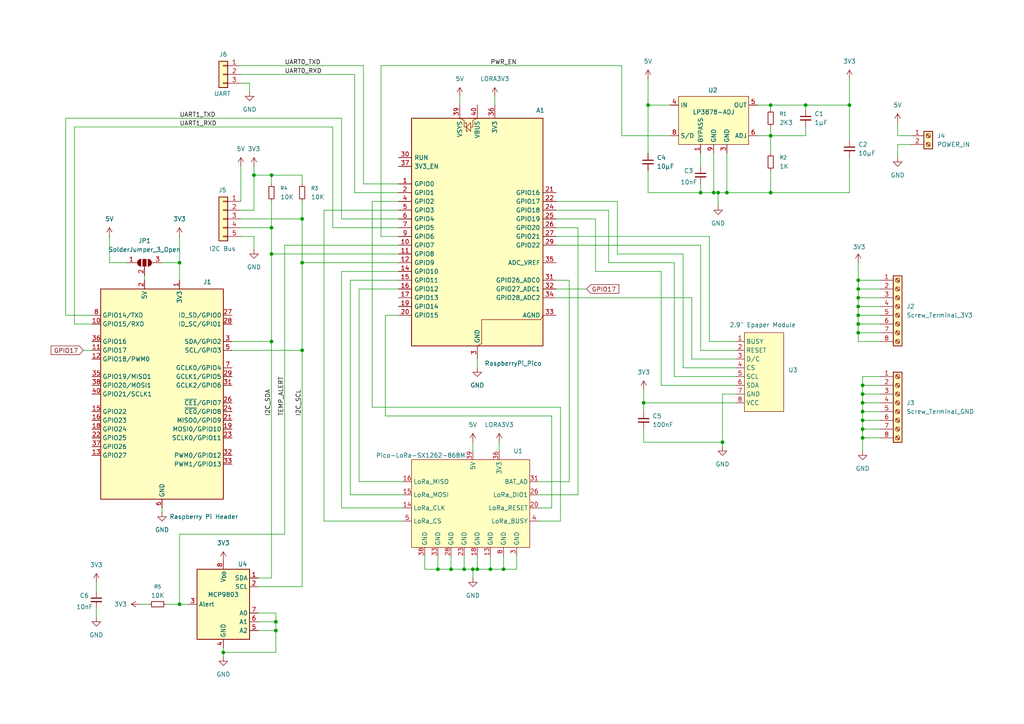
<source format=kicad_sch>
(kicad_sch (version 20250114) (generator "eeschema") (generator_version "9.0")
  (paper "A4")
  (title_block (title "Allotment Moisture Sensor Sender") (date "2025-05-11") (rev "1.1"))
  (lib_symbols
    (symbol "Connector:Raspberry_Pi_2_3"
      (property "Reference" "J" (at -17.78 31.75 0))
      (property "Value" "Raspberry_Pi_2_3" (at 10.16 -31.75 0))
      (symbol "Raspberry_Pi_2_3_0_1"
        (rectangle (start -17.78 30.48) (end 17.78 -30.48) (stroke (width 0.254)) (fill (type background)))
      )
      (symbol "Raspberry_Pi_2_3_1_1"
        (pin bidirectional line (at -20.32 22.86 0) (length 2.54) (name "GPIO14/TXD") (number "8"))
        (pin bidirectional line (at -20.32 20.32 0) (length 2.54) (name "GPIO15/RXD") (number "10"))
        (pin bidirectional line (at -20.32 15.24 0) (length 2.54) (name "GPIO16") (number "36"))
        (pin bidirectional line (at -20.32 12.7 0) (length 2.54) (name "GPIO17") (number "11"))
        (pin bidirectional line (at -20.32 10.16 0) (length 2.54) (name "GPIO18/PWM0") (number "12"))
        (pin bidirectional line (at -20.32 5.08 0) (length 2.54) (name "GPIO19/MISO1") (number "35"))
        (pin bidirectional line (at -20.32 2.54 0) (length 2.54) (name "GPIO20/MOSI1") (number "38"))
        (pin bidirectional line (at -20.32 0 0) (length 2.54) (name "GPIO21/SCLK1") (number "40"))
        (pin bidirectional line (at -20.32 -5.08 0) (length 2.54) (name "GPIO22") (number "15"))
        (pin bidirectional line (at -20.32 -7.62 0) (length 2.54) (name "GPIO23") (number "16"))
        (pin bidirectional line (at -20.32 -10.16 0) (length 2.54) (name "GPIO24") (number "18"))
        (pin bidirectional line (at -20.32 -12.7 0) (length 2.54) (name "GPIO25") (number "22"))
        (pin bidirectional line (at -20.32 -15.24 0) (length 2.54) (name "GPIO26") (number "37"))
        (pin bidirectional line (at -20.32 -17.78 0) (length 2.54) (name "GPIO27") (number "13"))
        (pin power_in line (at -5.08 33.02 270) (length 2.54) (name "5V") (number "2"))
        (pin passive line (at -5.08 33.02 270) (length 2.54) (hide yes) (name "5V") (number "4"))
        (pin passive line (at 0 -33.02 90) (length 2.54) (hide yes) (name "GND") (number "14"))
        (pin passive line (at 0 -33.02 90) (length 2.54) (hide yes) (name "GND") (number "20"))
        (pin passive line (at 0 -33.02 90) (length 2.54) (hide yes) (name "GND") (number "25"))
        (pin passive line (at 0 -33.02 90) (length 2.54) (hide yes) (name "GND") (number "30"))
        (pin passive line (at 0 -33.02 90) (length 2.54) (hide yes) (name "GND") (number "34"))
        (pin passive line (at 0 -33.02 90) (length 2.54) (hide yes) (name "GND") (number "39"))
        (pin power_in line (at 0 -33.02 90) (length 2.54) (name "GND") (number "6"))
        (pin passive line (at 0 -33.02 90) (length 2.54) (hide yes) (name "GND") (number "9"))
        (pin power_in line (at 5.08 33.02 270) (length 2.54) (name "3V3") (number "1"))
        (pin passive line (at 5.08 33.02 270) (length 2.54) (hide yes) (name "3V3") (number "17"))
        (pin bidirectional line (at 20.32 22.86 180) (length 2.54) (name "ID_SD/GPIO0") (number "27"))
        (pin bidirectional line (at 20.32 20.32 180) (length 2.54) (name "ID_SC/GPIO1") (number "28"))
        (pin bidirectional line (at 20.32 15.24 180) (length 2.54) (name "SDA/GPIO2") (number "3"))
        (pin bidirectional line (at 20.32 12.7 180) (length 2.54) (name "SCL/GPIO3") (number "5"))
        (pin bidirectional line (at 20.32 7.62 180) (length 2.54) (name "GCLK0/GPIO4") (number "7"))
        (pin bidirectional line (at 20.32 5.08 180) (length 2.54) (name "GCLK1/GPIO5") (number "29"))
        (pin bidirectional line (at 20.32 2.54 180) (length 2.54) (name "GCLK2/GPIO6") (number "31"))
        (pin bidirectional line (at 20.32 -2.54 180) (length 2.54) (name "~{CE1}/GPIO7") (number "26"))
        (pin bidirectional line (at 20.32 -5.08 180) (length 2.54) (name "~{CE0}/GPIO8") (number "24"))
        (pin bidirectional line (at 20.32 -7.62 180) (length 2.54) (name "MISO0/GPIO9") (number "21"))
        (pin bidirectional line (at 20.32 -10.16 180) (length 2.54) (name "MOSI0/GPIO10") (number "19"))
        (pin bidirectional line (at 20.32 -12.7 180) (length 2.54) (name "SCLK0/GPIO11") (number "23"))
        (pin bidirectional line (at 20.32 -17.78 180) (length 2.54) (name "PWM0/GPIO12") (number "32"))
        (pin bidirectional line (at 20.32 -20.32 180) (length 2.54) (name "PWM1/GPIO13") (number "33"))
      )
    )
    (symbol "Connector:Screw_Terminal_01x02" (pin_names (offset 1.016) (hide yes))
      (property "Reference" "J" (at 0 2.54 0))
      (property "Value" "Screw_Terminal_01x02" (at 0 -5.08 0))
      (symbol "Screw_Terminal_01x02_1_1"
        (rectangle (start -1.27 1.27) (end 1.27 -3.81) (stroke (width 0.254)) (fill (type background)))
        (polyline (pts (xy -0.5334 0.3302) (xy 0.3302 -0.508)) (stroke (width 0.1524)))
        (polyline (pts (xy -0.5334 -2.2098) (xy 0.3302 -3.048)) (stroke (width 0.1524)))
        (polyline (pts (xy -0.3556 0.508) (xy 0.508 -0.3302)) (stroke (width 0.1524)))
        (polyline (pts (xy -0.3556 -2.032) (xy 0.508 -2.8702)) (stroke (width 0.1524)))
        (circle (center 0 0) (radius 0.635) (stroke (width 0.1524)))
        (circle (center 0 -2.54) (radius 0.635) (stroke (width 0.1524)))
        (pin passive line (at -5.08 0 0) (length 3.81) (name "Pin_1") (number "1"))
        (pin passive line (at -5.08 -2.54 0) (length 3.81) (name "Pin_2") (number "2"))
      )
    )
    (symbol "Connector:Screw_Terminal_01x08" (pin_names (offset 1.016) (hide yes))
      (property "Reference" "J" (at 0 10.16 0))
      (property "Value" "Screw_Terminal_01x08" (at 0 -12.7 0))
      (symbol "Screw_Terminal_01x08_1_1"
        (rectangle (start -1.27 8.89) (end 1.27 -11.43) (stroke (width 0.254)) (fill (type background)))
        (polyline (pts (xy -0.5334 7.9502) (xy 0.3302 7.112)) (stroke (width 0.1524)))
        (polyline (pts (xy -0.5334 5.4102) (xy 0.3302 4.572)) (stroke (width 0.1524)))
        (polyline (pts (xy -0.5334 2.8702) (xy 0.3302 2.032)) (stroke (width 0.1524)))
        (polyline (pts (xy -0.5334 0.3302) (xy 0.3302 -0.508)) (stroke (width 0.1524)))
        (polyline (pts (xy -0.5334 -2.2098) (xy 0.3302 -3.048)) (stroke (width 0.1524)))
        (polyline (pts (xy -0.5334 -4.7498) (xy 0.3302 -5.588)) (stroke (width 0.1524)))
        (polyline (pts (xy -0.5334 -7.2898) (xy 0.3302 -8.128)) (stroke (width 0.1524)))
        (polyline (pts (xy -0.5334 -9.8298) (xy 0.3302 -10.668)) (stroke (width 0.1524)))
        (polyline (pts (xy -0.3556 8.128) (xy 0.508 7.2898)) (stroke (width 0.1524)))
        (polyline (pts (xy -0.3556 5.588) (xy 0.508 4.7498)) (stroke (width 0.1524)))
        (polyline (pts (xy -0.3556 3.048) (xy 0.508 2.2098)) (stroke (width 0.1524)))
        (polyline (pts (xy -0.3556 0.508) (xy 0.508 -0.3302)) (stroke (width 0.1524)))
        (polyline (pts (xy -0.3556 -2.032) (xy 0.508 -2.8702)) (stroke (width 0.1524)))
        (polyline (pts (xy -0.3556 -4.572) (xy 0.508 -5.4102)) (stroke (width 0.1524)))
        (polyline (pts (xy -0.3556 -7.112) (xy 0.508 -7.9502)) (stroke (width 0.1524)))
        (polyline (pts (xy -0.3556 -9.652) (xy 0.508 -10.4902)) (stroke (width 0.1524)))
        (circle (center 0 7.62) (radius 0.635) (stroke (width 0.1524)))
        (circle (center 0 5.08) (radius 0.635) (stroke (width 0.1524)))
        (circle (center 0 2.54) (radius 0.635) (stroke (width 0.1524)))
        (circle (center 0 0) (radius 0.635) (stroke (width 0.1524)))
        (circle (center 0 -2.54) (radius 0.635) (stroke (width 0.1524)))
        (circle (center 0 -5.08) (radius 0.635) (stroke (width 0.1524)))
        (circle (center 0 -7.62) (radius 0.635) (stroke (width 0.1524)))
        (circle (center 0 -10.16) (radius 0.635) (stroke (width 0.1524)))
        (pin passive line (at -5.08 7.62 0) (length 3.81) (name "Pin_1") (number "1"))
        (pin passive line (at -5.08 5.08 0) (length 3.81) (name "Pin_2") (number "2"))
        (pin passive line (at -5.08 2.54 0) (length 3.81) (name "Pin_3") (number "3"))
        (pin passive line (at -5.08 0 0) (length 3.81) (name "Pin_4") (number "4"))
        (pin passive line (at -5.08 -2.54 0) (length 3.81) (name "Pin_5") (number "5"))
        (pin passive line (at -5.08 -5.08 0) (length 3.81) (name "Pin_6") (number "6"))
        (pin passive line (at -5.08 -7.62 0) (length 3.81) (name "Pin_7") (number "7"))
        (pin passive line (at -5.08 -10.16 0) (length 3.81) (name "Pin_8") (number "8"))
      )
    )
    (symbol "Connector_Generic:Conn_01x03" (pin_names (offset 1.016) (hide yes))
      (property "Reference" "J" (at 0 5.08 0))
      (property "Value" "Conn_01x03" (at 0 -5.08 0))
      (symbol "Conn_01x03_1_1"
        (rectangle (start -1.27 3.81) (end 1.27 -3.81) (stroke (width 0.254)) (fill (type background)))
        (rectangle (start -1.27 2.667) (end 0 2.413) (stroke (width 0.1524)))
        (rectangle (start -1.27 0.127) (end 0 -0.127) (stroke (width 0.1524)))
        (rectangle (start -1.27 -2.413) (end 0 -2.667) (stroke (width 0.1524)))
        (pin passive line (at -5.08 2.54 0) (length 3.81) (name "Pin_1") (number "1"))
        (pin passive line (at -5.08 0 0) (length 3.81) (name "Pin_2") (number "2"))
        (pin passive line (at -5.08 -2.54 0) (length 3.81) (name "Pin_3") (number "3"))
      )
    )
    (symbol "Connector_Generic:Conn_01x05" (pin_names (offset 1.016) (hide yes))
      (property "Reference" "J" (at 0 7.62 0))
      (property "Value" "Conn_01x05" (at 0 -7.62 0))
      (symbol "Conn_01x05_1_1"
        (rectangle (start -1.27 6.35) (end 1.27 -6.35) (stroke (width 0.254)) (fill (type background)))
        (rectangle (start -1.27 5.207) (end 0 4.953) (stroke (width 0.1524)))
        (rectangle (start -1.27 2.667) (end 0 2.413) (stroke (width 0.1524)))
        (rectangle (start -1.27 0.127) (end 0 -0.127) (stroke (width 0.1524)))
        (rectangle (start -1.27 -2.413) (end 0 -2.667) (stroke (width 0.1524)))
        (rectangle (start -1.27 -4.953) (end 0 -5.207) (stroke (width 0.1524)))
        (pin passive line (at -5.08 5.08 0) (length 3.81) (name "Pin_1") (number "1"))
        (pin passive line (at -5.08 2.54 0) (length 3.81) (name "Pin_2") (number "2"))
        (pin passive line (at -5.08 0 0) (length 3.81) (name "Pin_3") (number "3"))
        (pin passive line (at -5.08 -2.54 0) (length 3.81) (name "Pin_4") (number "4"))
        (pin passive line (at -5.08 -5.08 0) (length 3.81) (name "Pin_5") (number "5"))
      )
    )
    (symbol "Device:C_Small" (pin_numbers (hide yes)) (pin_names (offset 0.254) (hide yes))
      (property "Reference" "C" (at 0.254 1.778 0))
      (property "Value" "C_Small" (at 0.254 -2.032 0))
      (symbol "C_Small_0_1"
        (polyline (pts (xy -1.524 0.508) (xy 1.524 0.508)) (stroke (width 0.3048)))
        (polyline (pts (xy -1.524 -0.508) (xy 1.524 -0.508)) (stroke (width 0.3302)))
      )
      (symbol "C_Small_1_1"
        (pin passive line (at 0 2.54 270) (length 2.032) (name "~") (number "1"))
        (pin passive line (at 0 -2.54 90) (length 2.032) (name "~") (number "2"))
      )
    )
    (symbol "Device:R_Small" (pin_numbers (hide yes)) (pin_names (offset 0.254) (hide yes))
      (property "Reference" "R" (at 0 0 90))
      (property "Value" "R_Small" (at 1.778 0 90))
      (symbol "R_Small_0_1"
        (rectangle (start -0.762 1.778) (end 0.762 -1.778) (stroke (width 0.2032)))
      )
      (symbol "R_Small_1_1"
        (pin passive line (at 0 2.54 270) (length 0.762) (name "~") (number "1"))
        (pin passive line (at 0 -2.54 90) (length 0.762) (name "~") (number "2"))
      )
    )
    (symbol "Display_Graphic:2.9{dblquote}_Epaper_Module"
      (property "Reference" "U" (at 0 0 0))
      (symbol "2.9{dblquote}_Epaper_Module_1_1"
        (rectangle (start 0 -2.54) (end 11.43 -25.4) (fill (type background)))
        (pin output line (at -2.54 -5.08 0) (length 2.54) (name "BUSY") (number "1"))
        (pin input line (at -2.54 -7.62 0) (length 2.54) (name "RESET") (number "2"))
        (pin input line (at -2.54 -10.16 0) (length 2.54) (name "D/C") (number "3"))
        (pin input line (at -2.54 -12.7 0) (length 2.54) (name "CS") (number "4"))
        (pin input line (at -2.54 -15.24 0) (length 2.54) (name "SCL") (number "5"))
        (pin input line (at -2.54 -17.78 0) (length 2.54) (name "SDA") (number "6"))
        (pin power_in line (at -2.54 -20.32 0) (length 2.54) (name "GND") (number "7"))
        (pin power_in line (at -2.54 -22.86 0) (length 2.54) (name "VCC") (number "8"))
      )
    )
    (symbol "Jumper:SolderJumper_3_Open" (pin_names (offset 0) (hide yes)) (in_bom no)
      (property "Reference" "JP" (at -2.54 -2.54 0))
      (property "Value" "SolderJumper_3_Open" (at 0 2.794 0))
      (symbol "SolderJumper_3_Open_0_1"
        (polyline (pts (xy -2.54 0) (xy -2.032 0)))
        (polyline (pts (xy -1.016 1.016) (xy -1.016 -1.016)))
        (arc (start -1.016 -1.016) (mid -2.0276 0) (end -1.016 1.016))
        (arc (start -1.016 -1.016) (mid -2.0276 0) (end -1.016 1.016) (fill (type outline)))
        (rectangle (start -0.508 1.016) (end 0.508 -1.016) (fill (type outline)))
        (polyline (pts (xy 0 -1.27) (xy 0 -1.016)))
        (arc (start 1.016 1.016) (mid 2.0276 0) (end 1.016 -1.016))
        (arc (start 1.016 1.016) (mid 2.0276 0) (end 1.016 -1.016) (fill (type outline)))
        (polyline (pts (xy 1.016 1.016) (xy 1.016 -1.016)))
        (polyline (pts (xy 2.54 0) (xy 2.032 0)))
      )
      (symbol "SolderJumper_3_Open_1_1"
        (pin passive line (at -5.08 0 0) (length 2.54) (name "A") (number "1"))
        (pin passive line (at 0 -3.81 90) (length 2.54) (name "C") (number "2"))
        (pin passive line (at 5.08 0 180) (length 2.54) (name "B") (number "3"))
      )
    )
    (symbol "MCU_Module:RaspberryPi_Pico" (pin_names (offset 0.762))
      (property "Reference" "A" (at -19.05 35.56 0))
      (property "Value" "RaspberryPi_Pico" (at 7.62 35.56 0))
      (symbol "RaspberryPi_Pico_0_1"
        (rectangle (start -19.05 34.29) (end 19.05 -31.75) (stroke (width 0.254)) (fill (type background)))
        (polyline (pts (xy -5.08 34.29) (xy -3.81 33.655) (xy -3.81 31.75) (xy -3.175 31.75)))
        (polyline (pts (xy -3.429 32.766) (xy -3.429 33.02) (xy -3.175 33.02) (xy -3.175 30.48) (xy -2.921 30.48) (xy -2.921 30.734)))
        (polyline (pts (xy -3.175 31.75) (xy -1.905 33.02) (xy -1.905 30.48) (xy -3.175 31.75)))
        (polyline (pts (xy 0 34.29) (xy -1.27 33.655) (xy -1.27 31.75) (xy -1.905 31.75)))
        (polyline (pts (xy 0 -31.75) (xy 1.27 -31.115) (xy 1.27 -24.13) (xy 18.415 -24.13) (xy 19.05 -22.86)))
      )
      (symbol "RaspberryPi_Pico_1_1"
        (pin passive line (at -22.86 22.86 0) (length 3.81) (name "RUN") (number "30"))
        (pin passive line (at -22.86 20.32 0) (length 3.81) (name "3V3_EN") (number "37"))
        (pin bidirectional line (at -22.86 15.24 0) (length 3.81) (name "GPIO0") (number "1"))
        (pin bidirectional line (at -22.86 12.7 0) (length 3.81) (name "GPIO1") (number "2"))
        (pin bidirectional line (at -22.86 10.16 0) (length 3.81) (name "GPIO2") (number "4"))
        (pin bidirectional line (at -22.86 7.62 0) (length 3.81) (name "GPIO3") (number "5"))
        (pin bidirectional line (at -22.86 5.08 0) (length 3.81) (name "GPIO4") (number "6"))
        (pin bidirectional line (at -22.86 2.54 0) (length 3.81) (name "GPIO5") (number "7"))
        (pin bidirectional line (at -22.86 0 0) (length 3.81) (name "GPIO6") (number "9"))
        (pin bidirectional line (at -22.86 -2.54 0) (length 3.81) (name "GPIO7") (number "10"))
        (pin bidirectional line (at -22.86 -5.08 0) (length 3.81) (name "GPIO8") (number "11"))
        (pin bidirectional line (at -22.86 -7.62 0) (length 3.81) (name "GPIO9") (number "12"))
        (pin bidirectional line (at -22.86 -10.16 0) (length 3.81) (name "GPIO10") (number "14"))
        (pin bidirectional line (at -22.86 -12.7 0) (length 3.81) (name "GPIO11") (number "15"))
        (pin bidirectional line (at -22.86 -15.24 0) (length 3.81) (name "GPIO12") (number "16"))
        (pin bidirectional line (at -22.86 -17.78 0) (length 3.81) (name "GPIO13") (number "17"))
        (pin bidirectional line (at -22.86 -20.32 0) (length 3.81) (name "GPIO14") (number "19"))
        (pin bidirectional line (at -22.86 -22.86 0) (length 3.81) (name "GPIO15") (number "20"))
        (pin power_in line (at -5.08 38.1 270) (length 3.81) (name "VSYS") (number "39"))
        (pin power_out line (at 0 38.1 270) (length 3.81) (name "VBUS") (number "40"))
        (pin passive line (at 0 -35.56 90) (length 3.81) (hide yes) (name "GND") (number "13"))
        (pin passive line (at 0 -35.56 90) (length 3.81) (hide yes) (name "GND") (number "18"))
        (pin passive line (at 0 -35.56 90) (length 3.81) (hide yes) (name "GND") (number "23"))
        (pin passive line (at 0 -35.56 90) (length 3.81) (hide yes) (name "GND") (number "28"))
        (pin power_out line (at 0 -35.56 90) (length 3.81) (name "GND") (number "3"))
        (pin passive line (at 0 -35.56 90) (length 3.81) (hide yes) (name "GND") (number "38"))
        (pin passive line (at 0 -35.56 90) (length 3.81) (hide yes) (name "GND") (number "8"))
        (pin power_out line (at 5.08 38.1 270) (length 3.81) (name "3V3") (number "36"))
        (pin bidirectional line (at 22.86 12.7 180) (length 3.81) (name "GPIO16") (number "21"))
        (pin bidirectional line (at 22.86 10.16 180) (length 3.81) (name "GPIO17") (number "22"))
        (pin bidirectional line (at 22.86 7.62 180) (length 3.81) (name "GPIO18") (number "24"))
        (pin bidirectional line (at 22.86 5.08 180) (length 3.81) (name "GPIO19") (number "25"))
        (pin bidirectional line (at 22.86 2.54 180) (length 3.81) (name "GPIO20") (number "26"))
        (pin bidirectional line (at 22.86 0 180) (length 3.81) (name "GPIO21") (number "27"))
        (pin bidirectional line (at 22.86 -2.54 180) (length 3.81) (name "GPIO22") (number "29"))
        (pin power_in line (at 22.86 -7.62 180) (length 3.81) (name "ADC_VREF") (number "35"))
        (pin bidirectional line (at 22.86 -12.7 180) (length 3.81) (name "GPIO26_ADC0") (number "31"))
        (pin bidirectional line (at 22.86 -15.24 180) (length 3.81) (name "GPIO27_ADC1") (number "32"))
        (pin bidirectional line (at 22.86 -17.78 180) (length 3.81) (name "GPIO28_ADC2") (number "34"))
        (pin power_out line (at 22.86 -22.86 180) (length 3.81) (name "AGND") (number "33"))
      )
    )
    (symbol "RF_Module:Pico-LoRa-SX1262-868M"
      (property "Reference" "U1" (at -14.478 13.97 0))
      (property "Value" "Pico-LoRa-SX1262-868M" (at 2.1433 12.7 0))
      (symbol "Pico-LoRa-SX1262-868M_1_1"
        (rectangle (start -16.51 11.43) (end 17.78 -13.97) (fill (type background)))
        (pin output line (at -19.05 5.08 0) (length 2.54) (name "BAT_AD") (number "31"))
        (pin output line (at -19.05 1.27 0) (length 2.54) (name "LoRa_DIO1") (number "26"))
        (pin input line (at -19.05 -2.54 0) (length 2.54) (name "LoRa_RESET") (number "20"))
        (pin output line (at -19.05 -6.35 0) (length 2.54) (name "LoRa_BUSY") (number "4"))
        (pin power_in line (at -12.7 -16.51 90) (length 2.54) (name "GND") (number "3"))
        (pin power_in line (at -8.89 -16.51 90) (length 2.54) (name "GND") (number "8"))
        (pin power_in line (at -7.62 13.97 270) (length 2.54) (name "3V3") (number "36"))
        (pin power_in line (at -5.08 -16.51 90) (length 2.54) (name "GND") (number "13"))
        (pin power_in line (at -1.27 -16.51 90) (length 2.54) (name "GND") (number "18"))
        (pin power_in line (at 0 13.97 270) (length 2.54) (name "5V") (number "39"))
        (pin power_in line (at 2.54 -16.51 90) (length 2.54) (name "GND") (number "23"))
        (pin power_in line (at 6.35 -16.51 90) (length 2.54) (name "GND") (number "28"))
        (pin power_in line (at 10.16 -16.51 90) (length 2.54) (name "GND") (number "33"))
        (pin power_in line (at 13.97 -16.51 90) (length 2.54) (name "GND") (number "38"))
        (pin input line (at 20.32 5.08 180) (length 2.54) (name "LoRa_MISO") (number "16"))
        (pin output line (at 20.32 1.27 180) (length 2.54) (name "LoRa_MOSI") (number "15"))
        (pin input line (at 20.32 -2.54 180) (length 2.54) (name "LoRa_CLK") (number "14"))
        (pin input line (at 20.32 -6.35 180) (length 2.54) (name "LoRa_CS") (number "5"))
      )
    )
    (symbol "Regulator_Linear:LP3878-ADJ"
      (property "Reference" "U" (at 0 0 0))
      (symbol "LP3878-ADJ_1_1"
        (rectangle (start -10.16 -2.54) (end 10.16 -16.51) (fill (type background)))
        (pin power_in line (at -12.7 -5.08 0) (length 2.54) (name "IN") (number "4"))
        (pin input line (at -12.7 -13.97 0) (length 2.54) (name "S/D") (number "8"))
        (pin input line (at -3.81 -19.05 90) (length 2.54) (name "BYPASS") (number "1"))
        (pin input line (at 0 -19.05 90) (length 2.54) (name "GND") (number "9"))
        (pin input line (at 3.81 -19.05 90) (length 2.54) (name "GND") (number "3"))
        (pin power_out line (at 12.7 -5.08 180) (length 2.54) (name "OUT") (number "5"))
        (pin input line (at 12.7 -13.97 180) (length 2.54) (name "ADJ") (number "6"))
      )
    )
    (symbol "Sensor_Temperature:MCP9804_MSOP"
      (property "Reference" "U" (at -6.35 11.43 0))
      (property "Value" "MCP9804_MSOP" (at 10.16 11.43 0))
      (symbol "MCP9804_MSOP_0_1"
        (rectangle (start -7.62 10.16) (end 7.62 -10.16) (stroke (width 0.254)) (fill (type background)))
      )
      (symbol "MCP9804_MSOP_1_1"
        (pin bidirectional line (at -10.16 7.62 0) (length 2.54) (name "SDA") (number "1"))
        (pin input line (at -10.16 5.08 0) (length 2.54) (name "SCL") (number "2"))
        (pin input line (at -10.16 -2.54 0) (length 2.54) (name "A0") (number "7"))
        (pin input line (at -10.16 -5.08 0) (length 2.54) (name "A1") (number "6"))
        (pin input line (at -10.16 -7.62 0) (length 2.54) (name "A2") (number "5"))
        (pin power_in line (at 0 12.7 270) (length 2.54) (name "V_{DD}") (number "8"))
        (pin power_in line (at 0 -12.7 90) (length 2.54) (name "GND") (number "4"))
        (pin output line (at 10.16 0 180) (length 2.54) (name "Alert") (number "3"))
      )
    )
    (symbol "power:GND" (power) (pin_numbers (hide yes)) (pin_names (offset 0) (hide yes))
      (property "Value" "GND" (at 0 -3.81 0))
      (symbol "GND_0_1"
        (polyline (pts (xy 0 0) (xy 0 -1.27) (xy 1.27 -1.27) (xy 0 -2.54) (xy -1.27 -1.27) (xy 0 -1.27)))
      )
      (symbol "GND_1_1"
        (pin power_in line (at 0 0 270) (length 0) (name "~") (number "1"))
      )
    )
    (symbol "power:VDD" (power) (pin_numbers (hide yes)) (pin_names (offset 0) (hide yes))
      (property "Value" "VDD" (at 0 3.556 0))
      (symbol "VDD_0_1"
        (polyline (pts (xy -0.762 1.27) (xy 0 2.54)))
        (polyline (pts (xy 0 2.54) (xy 0.762 1.27)))
        (polyline (pts (xy 0 0) (xy 0 2.54)))
      )
      (symbol "VDD_1_1"
        (pin power_in line (at 0 0 90) (length 0) (name "~") (number "1"))
      )
    )
  )
  (junction (at 78.74 99.06))
  (junction (at 248.92 88.9))
  (junction (at 137.16 165.1))
  (junction (at 80.01 180.34))
  (junction (at 248.92 81.28))
  (junction (at 248.92 93.98))
  (junction (at 130.81 165.1))
  (junction (at 52.07 175.26))
  (junction (at 248.92 96.52))
  (junction (at 203.2 55.88))
  (junction (at 250.19 119.38))
  (junction (at 186.69 116.84))
  (junction (at 250.19 121.92))
  (junction (at 208.28 55.88))
  (junction (at 142.24 165.1))
  (junction (at 78.74 66.04))
  (junction (at 223.52 30.48))
  (junction (at 64.77 189.23))
  (junction (at 87.63 63.5))
  (junction (at 207.01 55.88))
  (junction (at 250.19 124.46))
  (junction (at 246.38 30.48))
  (junction (at 250.19 114.3))
  (junction (at 52.07 76.2))
  (junction (at 87.63 101.6))
  (junction (at 250.19 127))
  (junction (at 233.68 30.48))
  (junction (at 209.55 128.27))
  (junction (at 127 165.1))
  (junction (at 250.19 111.76))
  (junction (at 78.74 73.66))
  (junction (at 87.63 76.2))
  (junction (at 248.92 86.36))
  (junction (at 146.05 165.1))
  (junction (at 250.19 116.84))
  (junction (at 80.01 182.88))
  (junction (at 187.96 30.48))
  (junction (at 248.92 91.44))
  (junction (at 223.52 39.37))
  (junction (at 210.82 55.88))
  (junction (at 73.66 50.8))
  (junction (at 134.62 165.1))
  (junction (at 78.74 50.8))
  (junction (at 138.43 165.1))
  (junction (at 223.52 55.88))
  (junction (at 248.92 83.82))
  (wire (pts (xy 74.93 180.34) (xy 80.01 180.34)))
  (wire (pts (xy 64.77 187.96) (xy 64.77 189.23)))
  (wire (pts (xy 74.93 167.64) (xy 78.74 167.64)))
  (wire (pts (xy 105.41 19.05) (xy 105.41 53.34)))
  (wire (pts (xy 223.52 39.37) (xy 233.68 39.37)))
  (wire (pts (xy 138.43 161.29) (xy 138.43 165.1)))
  (wire (pts (xy 80.01 182.88) (xy 80.01 189.23)))
  (wire (pts (xy 195.58 76.2) (xy 176.53 76.2)))
  (wire (pts (xy 115.57 66.04) (xy 96.52 66.04)))
  (wire (pts (xy 187.96 22.86) (xy 187.96 30.48)))
  (wire (pts (xy 250.19 130.81) (xy 250.19 127)))
  (wire (pts (xy 80.01 180.34) (xy 80.01 182.88)))
  (wire (pts (xy 19.05 91.44) (xy 26.67 91.44)))
  (wire (pts (xy 260.35 45.72) (xy 260.35 41.91)))
  (wire (pts (xy 87.63 76.2) (xy 115.57 76.2)))
  (wire (pts (xy 116.84 143.51) (xy 101.6 143.51)))
  (wire (pts (xy 186.69 128.27) (xy 209.55 128.27)))
  (wire (pts (xy 99.06 63.5) (xy 99.06 34.29)))
  (wire (pts (xy 78.74 66.04) (xy 78.74 73.66)))
  (wire (pts (xy 78.74 73.66) (xy 115.57 73.66)))
  (wire (pts (xy 223.52 36.83) (xy 223.52 39.37)))
  (wire (pts (xy 78.74 99.06) (xy 78.74 167.64)))
  (wire (pts (xy 21.59 36.83) (xy 21.59 93.98)))
  (wire (pts (xy 203.2 53.34) (xy 203.2 55.88)))
  (wire (pts (xy 246.38 40.64) (xy 246.38 30.48)))
  (wire (pts (xy 209.55 114.3) (xy 209.55 128.27)))
  (wire (pts (xy 102.87 55.88) (xy 115.57 55.88)))
  (wire (pts (xy 130.81 165.1) (xy 127 165.1)))
  (wire (pts (xy 162.56 118.11) (xy 107.95 118.11)))
  (wire (pts (xy 250.19 116.84) (xy 250.19 114.3)))
  (wire (pts (xy 250.19 119.38) (xy 255.27 119.38)))
  (wire (pts (xy 233.68 30.48) (xy 233.68 31.75)))
  (wire (pts (xy 180.34 39.37) (xy 194.31 39.37)))
  (wire (pts (xy 223.52 39.37) (xy 219.71 39.37)))
  (wire (pts (xy 250.19 127) (xy 250.19 124.46)))
  (wire (pts (xy 87.63 53.34) (xy 87.63 50.8)))
  (wire (pts (xy 195.58 109.22) (xy 195.58 76.2)))
  (wire (pts (xy 127 161.29) (xy 127 165.1)))
  (wire (pts (xy 250.19 111.76) (xy 255.27 111.76)))
  (wire (pts (xy 72.39 24.13) (xy 69.85 24.13)))
  (wire (pts (xy 93.98 60.96) (xy 115.57 60.96)))
  (wire (pts (xy 250.19 124.46) (xy 250.19 121.92)))
  (wire (pts (xy 110.49 19.05) (xy 180.34 19.05)))
  (wire (pts (xy 213.36 99.06) (xy 205.74 99.06)))
  (wire (pts (xy 82.55 71.12) (xy 82.55 154.94)))
  (wire (pts (xy 149.86 165.1) (xy 149.86 161.29)))
  (wire (pts (xy 248.92 88.9) (xy 248.92 91.44)))
  (wire (pts (xy 101.6 143.51) (xy 101.6 81.28)))
  (wire (pts (xy 110.49 68.58) (xy 110.49 19.05)))
  (wire (pts (xy 123.19 161.29) (xy 123.19 165.1)))
  (wire (pts (xy 67.31 99.06) (xy 78.74 99.06)))
  (wire (pts (xy 104.14 83.82) (xy 115.57 83.82)))
  (wire (pts (xy 137.16 165.1) (xy 138.43 165.1)))
  (wire (pts (xy 78.74 50.8) (xy 87.63 50.8)))
  (wire (pts (xy 248.92 86.36) (xy 255.27 86.36)))
  (wire (pts (xy 24.13 101.6) (xy 26.67 101.6)))
  (wire (pts (xy 246.38 45.72) (xy 246.38 55.88)))
  (wire (pts (xy 93.98 151.13) (xy 93.98 60.96)))
  (wire (pts (xy 102.87 21.59) (xy 102.87 55.88)))
  (wire (pts (xy 142.24 161.29) (xy 142.24 165.1)))
  (wire (pts (xy 78.74 58.42) (xy 78.74 66.04)))
  (wire (pts (xy 87.63 170.18) (xy 87.63 101.6)))
  (wire (pts (xy 250.19 114.3) (xy 255.27 114.3)))
  (wire (pts (xy 161.29 68.58) (xy 205.74 68.58)))
  (wire (pts (xy 111.76 91.44) (xy 115.57 91.44)))
  (wire (pts (xy 223.52 55.88) (xy 210.82 55.88)))
  (wire (pts (xy 99.06 34.29) (xy 19.05 34.29)))
  (wire (pts (xy 172.72 78.74) (xy 172.72 63.5)))
  (wire (pts (xy 165.1 81.28) (xy 161.29 81.28)))
  (wire (pts (xy 146.05 161.29) (xy 146.05 165.1)))
  (wire (pts (xy 203.2 101.6) (xy 203.2 71.12)))
  (wire (pts (xy 160.02 120.65) (xy 111.76 120.65)))
  (wire (pts (xy 162.56 151.13) (xy 162.56 118.11)))
  (wire (pts (xy 260.35 35.56) (xy 260.35 39.37)))
  (wire (pts (xy 146.05 165.1) (xy 149.86 165.1)))
  (wire (pts (xy 82.55 154.94) (xy 52.07 154.94)))
  (wire (pts (xy 203.2 44.45) (xy 203.2 48.26)))
  (wire (pts (xy 69.85 21.59) (xy 102.87 21.59)))
  (wire (pts (xy 69.85 60.96) (xy 73.66 60.96)))
  (wire (pts (xy 250.19 119.38) (xy 250.19 116.84)))
  (wire (pts (xy 161.29 83.82) (xy 170.18 83.82)))
  (wire (pts (xy 187.96 30.48) (xy 194.31 30.48)))
  (wire (pts (xy 246.38 22.86) (xy 246.38 30.48)))
  (wire (pts (xy 74.93 182.88) (xy 80.01 182.88)))
  (wire (pts (xy 255.27 93.98) (xy 248.92 93.98)))
  (wire (pts (xy 21.59 93.98) (xy 26.67 93.98)))
  (wire (pts (xy 208.28 59.69) (xy 208.28 55.88)))
  (wire (pts (xy 27.94 176.53) (xy 27.94 179.07)))
  (wire (pts (xy 111.76 120.65) (xy 111.76 91.44)))
  (wire (pts (xy 116.84 147.32) (xy 99.06 147.32)))
  (wire (pts (xy 133.35 27.94) (xy 133.35 30.48)))
  (wire (pts (xy 213.36 101.6) (xy 203.2 101.6)))
  (wire (pts (xy 143.51 27.94) (xy 143.51 30.48)))
  (wire (pts (xy 137.16 167.64) (xy 137.16 165.1)))
  (wire (pts (xy 213.36 109.22) (xy 195.58 109.22)))
  (wire (pts (xy 134.62 165.1) (xy 130.81 165.1)))
  (wire (pts (xy 105.41 53.34) (xy 115.57 53.34)))
  (wire (pts (xy 248.92 81.28) (xy 255.27 81.28)))
  (wire (pts (xy 207.01 44.45) (xy 207.01 55.88)))
  (wire (pts (xy 41.91 80.01) (xy 41.91 81.28)))
  (wire (pts (xy 80.01 177.8) (xy 80.01 180.34)))
  (wire (pts (xy 198.12 73.66) (xy 179.07 73.66)))
  (wire (pts (xy 69.85 19.05) (xy 105.41 19.05)))
  (wire (pts (xy 73.66 68.58) (xy 69.85 68.58)))
  (wire (pts (xy 101.6 81.28) (xy 115.57 81.28)))
  (wire (pts (xy 72.39 26.67) (xy 72.39 24.13)))
  (wire (pts (xy 96.52 66.04) (xy 96.52 36.83)))
  (wire (pts (xy 31.75 68.58) (xy 31.75 76.2)))
  (wire (pts (xy 64.77 189.23) (xy 64.77 190.5)))
  (wire (pts (xy 250.19 116.84) (xy 255.27 116.84)))
  (wire (pts (xy 187.96 49.53) (xy 187.96 55.88)))
  (wire (pts (xy 87.63 58.42) (xy 87.63 63.5)))
  (wire (pts (xy 248.92 93.98) (xy 248.92 96.52)))
  (wire (pts (xy 138.43 165.1) (xy 142.24 165.1)))
  (wire (pts (xy 104.14 139.7) (xy 104.14 83.82)))
  (wire (pts (xy 250.19 124.46) (xy 255.27 124.46)))
  (wire (pts (xy 186.69 116.84) (xy 186.69 119.38)))
  (wire (pts (xy 203.2 71.12) (xy 161.29 71.12)))
  (wire (pts (xy 248.92 83.82) (xy 248.92 86.36)))
  (wire (pts (xy 223.52 44.45) (xy 223.52 39.37)))
  (wire (pts (xy 127 165.1) (xy 123.19 165.1)))
  (wire (pts (xy 52.07 76.2) (xy 52.07 81.28)))
  (wire (pts (xy 40.64 175.26) (xy 43.18 175.26)))
  (wire (pts (xy 19.05 34.29) (xy 19.05 91.44)))
  (wire (pts (xy 73.66 50.8) (xy 73.66 60.96)))
  (wire (pts (xy 130.81 161.29) (xy 130.81 165.1)))
  (wire (pts (xy 48.26 175.26) (xy 52.07 175.26)))
  (wire (pts (xy 167.64 143.51) (xy 167.64 66.04)))
  (wire (pts (xy 172.72 63.5) (xy 161.29 63.5)))
  (wire (pts (xy 203.2 55.88) (xy 187.96 55.88)))
  (wire (pts (xy 248.92 81.28) (xy 248.92 83.82)))
  (wire (pts (xy 223.52 49.53) (xy 223.52 55.88)))
  (wire (pts (xy 248.92 99.06) (xy 255.27 99.06)))
  (wire (pts (xy 233.68 36.83) (xy 233.68 39.37)))
  (wire (pts (xy 213.36 111.76) (xy 191.77 111.76)))
  (wire (pts (xy 160.02 147.32) (xy 160.02 120.65)))
  (wire (pts (xy 223.52 30.48) (xy 233.68 30.48)))
  (wire (pts (xy 200.66 104.14) (xy 200.66 86.36)))
  (wire (pts (xy 161.29 58.42) (xy 179.07 58.42)))
  (wire (pts (xy 248.92 76.2) (xy 248.92 81.28)))
  (wire (pts (xy 46.99 76.2) (xy 52.07 76.2)))
  (wire (pts (xy 260.35 39.37) (xy 264.16 39.37)))
  (wire (pts (xy 52.07 175.26) (xy 54.61 175.26)))
  (wire (pts (xy 78.74 50.8) (xy 78.74 53.34)))
  (wire (pts (xy 248.92 91.44) (xy 248.92 93.98)))
  (wire (pts (xy 134.62 161.29) (xy 134.62 165.1)))
  (wire (pts (xy 116.84 151.13) (xy 93.98 151.13)))
  (wire (pts (xy 27.94 168.91) (xy 27.94 171.45)))
  (wire (pts (xy 107.95 118.11) (xy 107.95 58.42)))
  (wire (pts (xy 223.52 30.48) (xy 223.52 31.75)))
  (wire (pts (xy 186.69 116.84) (xy 213.36 116.84)))
  (wire (pts (xy 156.21 151.13) (xy 162.56 151.13)))
  (wire (pts (xy 52.07 154.94) (xy 52.07 175.26)))
  (wire (pts (xy 207.01 55.88) (xy 203.2 55.88)))
  (wire (pts (xy 223.52 55.88) (xy 246.38 55.88)))
  (wire (pts (xy 96.52 36.83) (xy 21.59 36.83)))
  (wire (pts (xy 187.96 30.48) (xy 187.96 44.45)))
  (wire (pts (xy 87.63 63.5) (xy 87.63 76.2)))
  (wire (pts (xy 248.92 96.52) (xy 248.92 99.06)))
  (wire (pts (xy 156.21 143.51) (xy 167.64 143.51)))
  (wire (pts (xy 156.21 139.7) (xy 165.1 139.7)))
  (wire (pts (xy 69.85 66.04) (xy 78.74 66.04)))
  (wire (pts (xy 255.27 88.9) (xy 248.92 88.9)))
  (wire (pts (xy 46.99 147.32) (xy 46.99 148.59)))
  (wire (pts (xy 87.63 101.6) (xy 87.63 76.2)))
  (wire (pts (xy 250.19 121.92) (xy 255.27 121.92)))
  (wire (pts (xy 250.19 114.3) (xy 250.19 111.76)))
  (wire (pts (xy 74.93 170.18) (xy 87.63 170.18)))
  (wire (pts (xy 260.35 41.91) (xy 264.16 41.91)))
  (wire (pts (xy 115.57 63.5) (xy 99.06 63.5)))
  (wire (pts (xy 161.29 60.96) (xy 176.53 60.96)))
  (wire (pts (xy 208.28 55.88) (xy 207.01 55.88)))
  (wire (pts (xy 223.52 30.48) (xy 219.71 30.48)))
  (wire (pts (xy 115.57 71.12) (xy 82.55 71.12)))
  (wire (pts (xy 142.24 165.1) (xy 146.05 165.1)))
  (wire (pts (xy 137.16 165.1) (xy 134.62 165.1)))
  (wire (pts (xy 180.34 19.05) (xy 180.34 39.37)))
  (wire (pts (xy 74.93 177.8) (xy 80.01 177.8)))
  (wire (pts (xy 213.36 104.14) (xy 200.66 104.14)))
  (wire (pts (xy 210.82 55.88) (xy 208.28 55.88)))
  (wire (pts (xy 250.19 109.22) (xy 255.27 109.22)))
  (wire (pts (xy 78.74 73.66) (xy 78.74 99.06)))
  (wire (pts (xy 116.84 139.7) (xy 104.14 139.7)))
  (wire (pts (xy 73.66 72.39) (xy 73.66 68.58)))
  (wire (pts (xy 31.75 76.2) (xy 36.83 76.2)))
  (wire (pts (xy 67.31 101.6) (xy 87.63 101.6)))
  (wire (pts (xy 107.95 58.42) (xy 115.57 58.42)))
  (wire (pts (xy 167.64 66.04) (xy 161.29 66.04)))
  (wire (pts (xy 209.55 128.27) (xy 209.55 129.54)))
  (wire (pts (xy 191.77 111.76) (xy 191.77 78.74)))
  (wire (pts (xy 250.19 121.92) (xy 250.19 119.38)))
  (wire (pts (xy 250.19 127) (xy 255.27 127)))
  (wire (pts (xy 99.06 78.74) (xy 115.57 78.74)))
  (wire (pts (xy 138.43 104.14) (xy 138.43 106.68)))
  (wire (pts (xy 73.66 48.26) (xy 73.66 50.8)))
  (wire (pts (xy 165.1 81.28) (xy 165.1 139.7)))
  (wire (pts (xy 255.27 91.44) (xy 248.92 91.44)))
  (wire (pts (xy 69.85 63.5) (xy 87.63 63.5)))
  (wire (pts (xy 250.19 111.76) (xy 250.19 109.22)))
  (wire (pts (xy 52.07 68.58) (xy 52.07 76.2)))
  (wire (pts (xy 137.16 128.27) (xy 137.16 130.81)))
  (wire (pts (xy 186.69 116.84) (xy 186.69 113.03)))
  (wire (pts (xy 209.55 114.3) (xy 213.36 114.3)))
  (wire (pts (xy 210.82 44.45) (xy 210.82 55.88)))
  (wire (pts (xy 73.66 50.8) (xy 78.74 50.8)))
  (wire (pts (xy 99.06 147.32) (xy 99.06 78.74)))
  (wire (pts (xy 179.07 73.66) (xy 179.07 58.42)))
  (wire (pts (xy 246.38 30.48) (xy 233.68 30.48)))
  (wire (pts (xy 176.53 76.2) (xy 176.53 60.96)))
  (wire (pts (xy 161.29 86.36) (xy 200.66 86.36)))
  (wire (pts (xy 191.77 78.74) (xy 172.72 78.74)))
  (wire (pts (xy 69.85 48.26) (xy 69.85 58.42)))
  (wire (pts (xy 205.74 99.06) (xy 205.74 68.58)))
  (wire (pts (xy 248.92 86.36) (xy 248.92 88.9)))
  (wire (pts (xy 144.78 128.27) (xy 144.78 130.81)))
  (wire (pts (xy 156.21 147.32) (xy 160.02 147.32)))
  (wire (pts (xy 248.92 83.82) (xy 255.27 83.82)))
  (wire (pts (xy 198.12 106.68) (xy 198.12 73.66)))
  (wire (pts (xy 186.69 128.27) (xy 186.69 124.46)))
  (wire (pts (xy 248.92 96.52) (xy 255.27 96.52)))
  (wire (pts (xy 80.01 189.23) (xy 64.77 189.23)))
  (wire (pts (xy 213.36 106.68) (xy 198.12 106.68)))
  (wire (pts (xy 115.57 68.58) (xy 110.49 68.58)))
  (label "I2C_SCL" (at 87.63 120.65 90))
  (label "UART1_TXD" (at 52.07 34.29 0))
  (label "PWR_EN" (at 142.24 19.05 0))
  (label "TEMP_ALERT" (at 82.55 120.65 90))
  (label "UART1_RXD" (at 52.07 36.83 0))
  (label "UART0_TXD" (at 82.55 19.05 0))
  (label "I2C_SDA" (at 78.74 120.65 90))
  (label "UART0_RXD" (at 82.55 21.59 0))
  (global_label "GPIO17" (shape input) (at 24.13 101.6 180) (property "Intersheetrefs" "${INTERSHEET_REFS}" (effects (hide yes))))
  (global_label "GPIO17" (shape input) (at 170.18 83.82 0) (property "Intersheetrefs" "${INTERSHEET_REFS}" (effects (hide yes))))
  (symbol (lib_id "power:GND") (at 209.55 129.54 0) (unit 1)
    (property "Reference" "#PWR016" (effects (hide yes)))
    (property "Value" "GND" (at 209.55 134.62 0))
    (property "Description" "Power symbol creates a global label with name \"GND\" , ground" (effects (hide yes)))
  )
  (symbol (lib_id "Connector:Screw_Terminal_01x08") (at 260.35 116.84 0) (unit 1)
    (property "Reference" "J3" (at 262.89 116.8399 0) (effects (justify left)))
    (property "Value" "Screw_Terminal_GND" (at 262.89 119.3799 0) (effects (justify left)))
    (property "Footprint" "Connector_PinHeader_2.54mm:PinHeader_1x08_P2.54mm_Vertical" (effects (hide yes)))
    (property "Description" "Generic screw terminal, single row, 01x08, script generated (kicad-library-utils/schlib/autogen/connector/)" (effects (hide yes)))
  )
  (symbol (lib_id "power:VDD") (at 143.51 27.94 0) (unit 1)
    (property "Reference" "#PWR026" (effects (hide yes)))
    (property "Value" "LORA3V3" (at 143.51 22.86 0))
    (property "Description" "Power symbol creates a global label with name \"VDD\"" (effects (hide yes)))
  )
  (symbol (lib_id "Device:R_Small") (at 87.63 55.88 0) (unit 1)
    (property "Reference" "R3" (at 90.17 54.6099 0) (effects (font (size 1.016 1.016)) (justify left)))
    (property "Value" "10K" (at 90.17 57.1499 0) (effects (justify left)))
    (property "Footprint" "Resistor_SMD:R_0805_2012Metric" (effects (hide yes)))
    (property "Description" "Resistor, small symbol" (effects (hide yes)))
  )
  (symbol (lib_id "Display_Graphic:2.9{dblquote}_Epaper_Module") (at 215.9 93.98 0) (unit 1)
    (property "Reference" "U3" (at 228.6 107.3149 0) (effects (justify left)))
    (property "Value" "2.9\" Epaper Module" (at 211.582 94.234 0) (effects (justify left)))
    (property "Footprint" "Connector_PinHeader_2.54mm:PinHeader_1x08_P2.54mm_Vertical" (effects (hide yes)))
    (property "Datasheet" "https://www.waveshare.com/wiki/2.9inch_e-Paper_Module_Manual" (effects (hide yes)))
    (property "Description" "2.9\" Epaper Module from WeAct Studio" (effects (hide yes)))
  )
  (symbol (lib_id "Regulator_Linear:LP3878-ADJ") (at 207.01 25.4 0) (unit 1)
    (property "Reference" "U2" (at 206.756 26.162 0))
    (property "Value" "LP3878-ADJ" (at 207.01 32.512 0))
    (property "Footprint" "Package_SO:SOIC-8-1EP_3.9x4.9mm_P1.27mm_EP2.41x3.81mm" (effects (hide yes)))
    (property "Datasheet" "https://www.ti.com/lit/ds/symlink/lp3878-adj.pdf" (effects (hide yes)))
    (property "Description" "Micropower 800-mA Low-Noise \"Ceramic Stable\" Adjustable Voltage Regulator for 1-V to 5-V Applications" (effects (hide yes)))
  )
  (symbol (lib_id "Device:C_Small") (at 187.96 46.99 0) (unit 1)
    (property "Reference" "C4" (at 190.5 45.7262 0) (effects (justify left)))
    (property "Value" "10µF" (at 190.5 48.2662 0) (effects (justify left)))
    (property "Footprint" "Capacitor_SMD:C_0805_2012Metric" (effects (hide yes)))
    (property "Description" "Unpolarized capacitor, small symbol" (effects (hide yes)))
  )
  (symbol (lib_id "Device:R_Small") (at 223.52 46.99 0) (unit 1)
    (property "Reference" "R2" (at 226.06 45.7199 0) (effects (font (size 1.016 1.016)) (justify left)))
    (property "Value" "1K" (at 226.06 48.2599 0) (effects (justify left)))
    (property "Footprint" "Resistor_SMD:R_0805_2012Metric" (effects (hide yes)))
    (property "Description" "Resistor, small symbol" (effects (hide yes)))
  )
  (symbol (lib_id "Connector_Generic:Conn_01x03") (at 64.77 21.59 0) (mirror y) (unit 1)
    (property "Reference" "J6" (at 64.77 15.748 0))
    (property "Value" "UART" (at 64.516 27.178 0))
    (property "Footprint" "Connector_PinHeader_2.54mm:PinHeader_1x03_P2.54mm_Vertical" (effects (hide yes)))
    (property "Description" "Generic connector, single row, 01x03, script generated (kicad-library-utils/schlib/autogen/connector/)" (effects (hide yes)))
  )
  (symbol (lib_id "Device:R_Small") (at 45.72 175.26 90) (unit 1)
    (property "Reference" "R5" (at 45.72 170.18 90) (effects (font (size 1.016 1.016))))
    (property "Value" "10K" (at 45.72 172.72 90))
    (property "Footprint" "Resistor_SMD:R_0805_2012Metric" (effects (hide yes)))
    (property "Description" "Resistor, small symbol" (effects (hide yes)))
  )
  (symbol (lib_id "power:VDD") (at 260.35 35.56 0) (unit 1)
    (property "Reference" "#PWR010" (effects (hide yes)))
    (property "Value" "5V" (at 260.35 30.48 0))
    (property "Description" "Power symbol creates a global label with name \"VDD\"" (effects (hide yes)))
  )
  (symbol (lib_id "Device:R_Small") (at 223.52 34.29 0) (unit 1)
    (property "Reference" "R1" (at 226.06 33.0199 0) (effects (font (size 1.016 1.016)) (justify left)))
    (property "Value" "2K3" (at 226.06 35.5599 0) (effects (justify left)))
    (property "Footprint" "Resistor_SMD:R_0805_2012Metric" (effects (hide yes)))
    (property "Description" "Resistor, small symbol" (effects (hide yes)))
  )
  (symbol (lib_id "power:VDD") (at 186.69 113.03 0) (unit 1)
    (property "Reference" "#PWR015" (effects (hide yes)))
    (property "Value" "3V3" (at 186.69 107.95 0))
    (property "Description" "Power symbol creates a global label with name \"VDD\"" (effects (hide yes)))
  )
  (symbol (lib_id "Jumper:SolderJumper_3_Open") (at 41.91 76.2 0) (unit 1) (in_bom no)
    (property "Reference" "JP1" (at 41.91 69.85 0))
    (property "Value" "SolderJumper_3_Open" (at 41.91 72.39 0))
    (property "Footprint" "Connector_PinHeader_2.54mm:PinHeader_1x03_P2.54mm_Vertical" (effects (hide yes)))
    (property "Description" "Solder Jumper, 3-pole, open" (effects (hide yes)))
  )
  (symbol (lib_id "power:GND") (at 46.99 148.59 0) (unit 1)
    (property "Reference" "#PWR05" (effects (hide yes)))
    (property "Value" "GND" (at 46.99 153.67 0))
    (property "Description" "Power symbol creates a global label with name \"GND\" , ground" (effects (hide yes)))
  )
  (symbol (lib_id "Device:R_Small") (at 78.74 55.88 0) (unit 1)
    (property "Reference" "R4" (at 81.28 54.6099 0) (effects (font (size 1.016 1.016)) (justify left)))
    (property "Value" "10K" (at 81.28 57.1499 0) (effects (justify left)))
    (property "Footprint" "Resistor_SMD:R_0805_2012Metric" (effects (hide yes)))
    (property "Description" "Resistor, small symbol" (effects (hide yes)))
  )
  (symbol (lib_id "power:GND") (at 208.28 59.69 0) (unit 1)
    (property "Reference" "#PWR014" (effects (hide yes)))
    (property "Value" "GND" (at 208.28 64.77 0))
    (property "Description" "Power symbol creates a global label with name \"GND\" , ground" (effects (hide yes)))
  )
  (symbol (lib_id "power:VDD") (at 27.94 168.91 0) (unit 1)
    (property "Reference" "#PWR024" (effects (hide yes)))
    (property "Value" "3V3" (at 27.94 163.83 0))
    (property "Description" "Power symbol creates a global label with name \"VDD\"" (effects (hide yes)))
  )
  (symbol (lib_id "power:VDD") (at 73.66 48.26 0) (unit 1)
    (property "Reference" "#PWR023" (effects (hide yes)))
    (property "Value" "3V3" (at 73.66 43.18 0))
    (property "Description" "Power symbol creates a global label with name \"VDD\"" (effects (hide yes)))
  )
  (symbol (lib_id "MCU_Module:RaspberryPi_Pico") (at 138.43 68.58 0) (unit 1)
    (property "Reference" "A1" (at 155.448 32.004 0) (effects (justify left)))
    (property "Value" "RaspberryPi_Pico" (at 140.5733 105.41 0) (effects (justify left)))
    (property "Footprint" "Module:RaspberryPi_Pico_Common_THT" (effects (hide yes)))
    (property "Datasheet" "https://datasheets.raspberrypi.com/pico/pico-datasheet.pdf" (effects (hide yes)))
    (property "Description" "Versatile and inexpensive microcontroller module powered by RP2040 dual-core Arm Cortex-M0+ processor up to 133 MHz, 264kB SRAM, 2MB QSPI flash; also supports Raspberry Pi Pico 2" (effects (hide yes)))
  )
  (symbol (lib_id "power:VDD") (at 40.64 175.26 90) (unit 1)
    (property "Reference" "#PWR022" (effects (hide yes)))
    (property "Value" "3V3" (at 36.83 175.2599 90) (effects (justify left)))
    (property "Description" "Power symbol creates a global label with name \"VDD\"" (effects (hide yes)))
  )
  (symbol (lib_id "power:VDD") (at 137.16 128.27 0) (unit 1)
    (property "Reference" "#PWR02" (effects (hide yes)))
    (property "Value" "5V" (at 137.16 123.19 0))
    (property "Description" "Power symbol creates a global label with name \"VDD\"" (effects (hide yes)))
  )
  (symbol (lib_id "power:GND") (at 250.19 130.81 0) (unit 1)
    (property "Reference" "#PWR06" (effects (hide yes)))
    (property "Value" "GND" (at 250.19 135.89 0))
    (property "Description" "Power symbol creates a global label with name \"GND\" , ground" (effects (hide yes)))
  )
  (symbol (lib_id "power:GND") (at 73.66 72.39 0) (unit 1)
    (property "Reference" "#PWR018" (effects (hide yes)))
    (property "Value" "GND" (at 73.66 77.47 0))
    (property "Description" "Power symbol creates a global label with name \"GND\" , ground" (effects (hide yes)))
  )
  (symbol (lib_id "Sensor_Temperature:MCP9804_MSOP") (at 64.77 175.26 0) (mirror y) (unit 1)
    (property "Reference" "U4" (at 70.358 163.576 0))
    (property "Value" "MCP9803" (at 64.77 172.466 0))
    (property "Footprint" "Package_SO:SOIC-8_3.9x4.9mm_P1.27mm" (effects (hide yes)))
    (property "Datasheet" "http://ww1.microchip.com/downloads/en/DeviceDoc/22203b.pdf" (effects (hide yes)))
    (property "Description" "±0.25°C (±1°C) Typical (Maximum), Digital Temperature Sensor, SOIC-8" (effects (hide yes)))
  )
  (symbol (lib_id "Device:C_Small") (at 246.38 43.18 0) (unit 1)
    (property "Reference" "C2" (at 248.92 41.9162 0) (effects (justify left)))
    (property "Value" "10µF" (at 248.92 44.4562 0) (effects (justify left)))
    (property "Footprint" "Capacitor_SMD:C_0805_2012Metric" (effects (hide yes)))
    (property "Description" "Unpolarized capacitor, small symbol" (effects (hide yes)))
  )
  (symbol (lib_id "power:GND") (at 27.94 179.07 0) (unit 1)
    (property "Reference" "#PWR025" (effects (hide yes)))
    (property "Value" "GND" (at 27.94 184.15 0))
    (property "Description" "Power symbol creates a global label with name \"GND\" , ground" (effects (hide yes)))
  )
  (symbol (lib_id "power:VDD") (at 31.75 68.58 0) (unit 1)
    (property "Reference" "#PWR09" (effects (hide yes)))
    (property "Value" "5V" (at 31.75 63.5 0))
    (property "Description" "Power symbol creates a global label with name \"VDD\"" (effects (hide yes)))
  )
  (symbol (lib_id "Connector:Raspberry_Pi_2_3") (at 46.99 114.3 0) (unit 1)
    (property "Reference" "J1" (at 58.928 81.788 0) (effects (justify left)))
    (property "Value" "Raspberry Pi Header" (at 49.1333 149.86 0) (effects (justify left)))
    (property "Footprint" "Module:Raspberry_Pi_Zero_Socketed_THT" (effects (hide yes)))
    (property "Datasheet" "https://www.raspberrypi.org/documentation/hardware/raspberrypi/schematics/rpi_SCH_3bplus_1p0_reduced.pdf" (effects (hide yes)))
    (property "Description" "expansion header for Raspberry Pi 2 & 3" (effects (hide yes)))
  )
  (symbol (lib_id "Connector:Screw_Terminal_01x02") (at 269.24 39.37 0) (unit 1)
    (property "Reference" "J4" (at 271.78 39.3699 0) (effects (justify left)))
    (property "Value" "POWER_IN" (at 271.78 41.9099 0) (effects (justify left)))
    (property "Footprint" "Connector_Samtec_HPM_THT:Samtec_HPM-02-01-x-S_Straight_1x02_Pitch5.08mm" (effects (hide yes)))
    (property "Description" "Generic screw terminal, single row, 01x02, script generated (kicad-library-utils/schlib/autogen/connector/)" (effects (hide yes)))
  )
  (symbol (lib_id "RF_Module:Pico-LoRa-SX1262-868M") (at 137.16 144.78 0) (mirror y) (unit 1)
    (property "Reference" "U1" (at 151.638 130.81 0) (effects (justify left)))
    (property "Value" "Pico-LoRa-SX1262-868M" (at 135.0167 132.08 0) (effects (justify left)))
    (property "Footprint" "RF_Module:Pico-LoRa-SX1262-868M" (effects (hide yes)))
  )
  (symbol (lib_id "power:VDD") (at 52.07 68.58 0) (unit 1)
    (property "Reference" "#PWR08" (effects (hide yes)))
    (property "Value" "3V3" (at 52.07 63.5 0))
    (property "Description" "Power symbol creates a global label with name \"VDD\"" (effects (hide yes)))
  )
  (symbol (lib_id "power:VDD") (at 248.92 76.2 0) (unit 1)
    (property "Reference" "#PWR07" (effects (hide yes)))
    (property "Value" "3V3" (at 249.174 71.628 0))
    (property "Description" "Power symbol creates a global label with name \"VDD\"" (effects (hide yes)))
  )
  (symbol (lib_id "power:VDD") (at 64.77 162.56 0) (unit 1)
    (property "Reference" "#PWR021" (effects (hide yes)))
    (property "Value" "3V3" (at 64.77 157.48 0))
    (property "Description" "Power symbol creates a global label with name \"VDD\"" (effects (hide yes)))
  )
  (symbol (lib_id "Device:C_Small") (at 27.94 173.99 0) (unit 1)
    (property "Reference" "C6" (at 23.114 172.72 0) (effects (justify left)))
    (property "Value" "10nF" (at 22.098 176.022 0) (effects (justify left)))
    (property "Footprint" "Capacitor_SMD:C_0805_2012Metric" (effects (hide yes)))
    (property "Description" "Unpolarized capacitor, small symbol" (effects (hide yes)))
  )
  (symbol (lib_id "power:VDD") (at 133.35 27.94 0) (unit 1)
    (property "Reference" "#PWR01" (effects (hide yes)))
    (property "Value" "5V" (at 133.35 22.86 0))
    (property "Description" "Power symbol creates a global label with name \"VDD\"" (effects (hide yes)))
  )
  (symbol (lib_id "power:GND") (at 138.43 106.68 0) (unit 1)
    (property "Reference" "#PWR03" (effects (hide yes)))
    (property "Value" "GND" (at 138.43 111.76 0))
    (property "Description" "Power symbol creates a global label with name \"GND\" , ground" (effects (hide yes)))
  )
  (symbol (lib_id "Device:C_Small") (at 233.68 34.29 0) (unit 1)
    (property "Reference" "C1" (at 236.22 33.0262 0) (effects (justify left)))
    (property "Value" "1µF" (at 236.22 35.5662 0) (effects (justify left)))
    (property "Footprint" "Capacitor_SMD:C_0805_2012Metric" (effects (hide yes)))
    (property "Description" "Unpolarized capacitor, small symbol" (effects (hide yes)))
  )
  (symbol (lib_id "Device:C_Small") (at 203.2 50.8 0) (unit 1)
    (property "Reference" "C3" (at 198.374 49.53 0) (effects (justify left)))
    (property "Value" "10nF" (at 197.358 52.832 0) (effects (justify left)))
    (property "Footprint" "Capacitor_SMD:C_0805_2012Metric" (effects (hide yes)))
    (property "Description" "Unpolarized capacitor, small symbol" (effects (hide yes)))
  )
  (symbol (lib_id "power:GND") (at 137.16 167.64 0) (unit 1)
    (property "Reference" "#PWR04" (effects (hide yes)))
    (property "Value" "GND" (at 137.16 172.72 0))
    (property "Description" "Power symbol creates a global label with name \"GND\" , ground" (effects (hide yes)))
  )
  (symbol (lib_id "Connector_Generic:Conn_01x05") (at 64.77 63.5 0) (mirror y) (unit 1)
    (property "Reference" "J5" (at 64.516 55.118 0))
    (property "Value" "I2C Bus" (at 64.516 72.136 0))
    (property "Footprint" "Connector_PinHeader_2.54mm:PinHeader_1x05_P2.54mm_Vertical" (effects (hide yes)))
    (property "Description" "Generic connector, single row, 01x05, script generated (kicad-library-utils/schlib/autogen/connector/)" (effects (hide yes)))
  )
  (symbol (lib_id "power:VDD") (at 246.38 22.86 0) (unit 1)
    (property "Reference" "#PWR013" (effects (hide yes)))
    (property "Value" "3V3" (at 246.38 17.78 0))
    (property "Description" "Power symbol creates a global label with name \"VDD\"" (effects (hide yes)))
  )
  (symbol (lib_id "power:GND") (at 64.77 190.5 0) (unit 1)
    (property "Reference" "#PWR020" (effects (hide yes)))
    (property "Value" "GND" (at 64.77 195.58 0))
    (property "Description" "Power symbol creates a global label with name \"GND\" , ground" (effects (hide yes)))
  )
  (symbol (lib_id "power:GND") (at 72.39 26.67 0) (unit 1)
    (property "Reference" "#PWR019" (effects (hide yes)))
    (property "Value" "GND" (at 72.39 31.75 0))
    (property "Description" "Power symbol creates a global label with name \"GND\" , ground" (effects (hide yes)))
  )
  (symbol (lib_id "power:VDD") (at 187.96 22.86 0) (unit 1)
    (property "Reference" "#PWR012" (effects (hide yes)))
    (property "Value" "5V" (at 187.96 17.78 0))
    (property "Description" "Power symbol creates a global label with name \"VDD\"" (effects (hide yes)))
  )
  (symbol (lib_id "power:GND") (at 260.35 45.72 0) (unit 1)
    (property "Reference" "#PWR011" (effects (hide yes)))
    (property "Value" "GND" (at 260.35 50.8 0))
    (property "Description" "Power symbol creates a global label with name \"GND\" , ground" (effects (hide yes)))
  )
  (symbol (lib_id "power:VDD") (at 144.78 128.27 0) (unit 1)
    (property "Reference" "#PWR027" (effects (hide yes)))
    (property "Value" "LORA3V3" (at 144.78 123.19 0))
    (property "Description" "Power symbol creates a global label with name \"VDD\"" (effects (hide yes)))
  )
  (symbol (lib_id "Device:C_Small") (at 186.69 121.92 0) (unit 1)
    (property "Reference" "C5" (at 189.23 120.6562 0) (effects (justify left)))
    (property "Value" "100nF" (at 189.23 123.1962 0) (effects (justify left)))
    (property "Footprint" "Capacitor_SMD:C_0805_2012Metric" (effects (hide yes)))
    (property "Description" "Unpolarized capacitor, small symbol" (effects (hide yes)))
  )
  (symbol (lib_id "Connector:Screw_Terminal_01x08") (at 260.35 88.9 0) (unit 1)
    (property "Reference" "J2" (at 262.89 88.8999 0) (effects (justify left)))
    (property "Value" "Screw_Terminal_3V3" (at 262.89 91.4399 0) (effects (justify left)))
    (property "Footprint" "Connector_PinHeader_2.54mm:PinHeader_1x08_P2.54mm_Vertical" (effects (hide yes)))
    (property "Description" "Generic screw terminal, single row, 01x08, script generated (kicad-library-utils/schlib/autogen/connector/)" (effects (hide yes)))
  )
  (symbol (lib_id "power:VDD") (at 69.85 48.26 0) (unit 1)
    (property "Reference" "#PWR017" (effects (hide yes)))
    (property "Value" "5V" (at 69.85 43.18 0))
    (property "Description" "Power symbol creates a global label with name \"VDD\"" (effects (hide yes)))
  )
)
</source>
